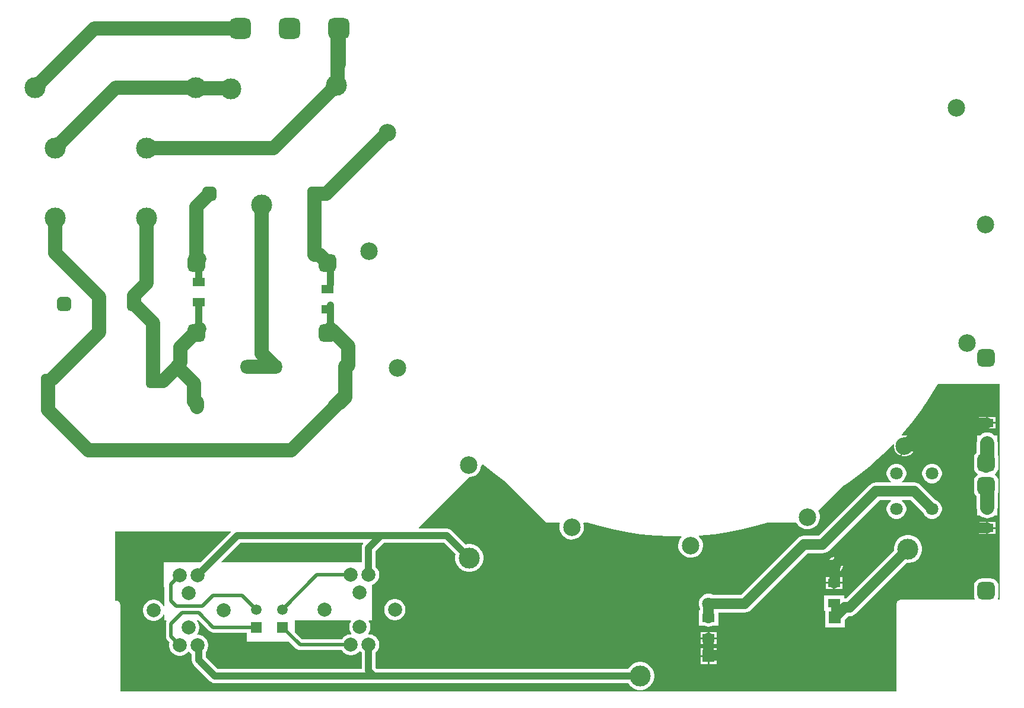
<source format=gbl>
G04*
G04 #@! TF.GenerationSoftware,Altium Limited,Altium Designer,22.4.2 (48)*
G04*
G04 Layer_Physical_Order=2*
G04 Layer_Color=16711680*
%FSLAX25Y25*%
%MOIN*%
G70*
G04*
G04 #@! TF.SameCoordinates,1553F913-36A2-4817-89BD-39564314B52C*
G04*
G04*
G04 #@! TF.FilePolarity,Positive*
G04*
G01*
G75*
%ADD49R,0.07087X0.04528*%
%ADD54C,0.03937*%
%ADD55C,0.01968*%
%ADD56C,0.07874*%
%ADD57C,0.05906*%
G04:AMPARAMS|DCode=58|XSize=78.74mil|YSize=78.74mil|CornerRadius=19.68mil|HoleSize=0mil|Usage=FLASHONLY|Rotation=0.000|XOffset=0mil|YOffset=0mil|HoleType=Round|Shape=RoundedRectangle|*
%AMROUNDEDRECTD58*
21,1,0.07874,0.03937,0,0,0.0*
21,1,0.03937,0.07874,0,0,0.0*
1,1,0.03937,0.01968,-0.01968*
1,1,0.03937,-0.01968,-0.01968*
1,1,0.03937,-0.01968,0.01968*
1,1,0.03937,0.01968,0.01968*
%
%ADD58ROUNDEDRECTD58*%
G04:AMPARAMS|DCode=59|XSize=98.43mil|YSize=98.43mil|CornerRadius=24.61mil|HoleSize=0mil|Usage=FLASHONLY|Rotation=90.000|XOffset=0mil|YOffset=0mil|HoleType=Round|Shape=RoundedRectangle|*
%AMROUNDEDRECTD59*
21,1,0.09843,0.04921,0,0,90.0*
21,1,0.04921,0.09843,0,0,90.0*
1,1,0.04921,0.02461,0.02461*
1,1,0.04921,0.02461,-0.02461*
1,1,0.04921,-0.02461,-0.02461*
1,1,0.04921,-0.02461,0.02461*
%
%ADD59ROUNDEDRECTD59*%
%ADD60R,0.07087X0.07087*%
%ADD61C,0.07087*%
%ADD62C,0.09843*%
G04:AMPARAMS|DCode=63|XSize=70.87mil|YSize=70.87mil|CornerRadius=17.72mil|HoleSize=0mil|Usage=FLASHONLY|Rotation=0.000|XOffset=0mil|YOffset=0mil|HoleType=Round|Shape=RoundedRectangle|*
%AMROUNDEDRECTD63*
21,1,0.07087,0.03543,0,0,0.0*
21,1,0.03543,0.07087,0,0,0.0*
1,1,0.03543,0.01772,-0.01772*
1,1,0.03543,-0.01772,-0.01772*
1,1,0.03543,-0.01772,0.01772*
1,1,0.03543,0.01772,0.01772*
%
%ADD63ROUNDEDRECTD63*%
G04:AMPARAMS|DCode=64|XSize=98.43mil|YSize=98.43mil|CornerRadius=24.61mil|HoleSize=0mil|Usage=FLASHONLY|Rotation=0.000|XOffset=0mil|YOffset=0mil|HoleType=Round|Shape=RoundedRectangle|*
%AMROUNDEDRECTD64*
21,1,0.09843,0.04921,0,0,0.0*
21,1,0.04921,0.09843,0,0,0.0*
1,1,0.04921,0.02461,-0.02461*
1,1,0.04921,-0.02461,-0.02461*
1,1,0.04921,-0.02461,0.02461*
1,1,0.04921,0.02461,0.02461*
%
%ADD64ROUNDEDRECTD64*%
%ADD65C,0.07874*%
%ADD66C,0.11811*%
%ADD67R,0.05906X0.05906*%
%ADD68C,0.05906*%
G04:AMPARAMS|DCode=69|XSize=118.11mil|YSize=118.11mil|CornerRadius=29.53mil|HoleSize=0mil|Usage=FLASHONLY|Rotation=0.000|XOffset=0mil|YOffset=0mil|HoleType=Round|Shape=RoundedRectangle|*
%AMROUNDEDRECTD69*
21,1,0.11811,0.05906,0,0,0.0*
21,1,0.05906,0.11811,0,0,0.0*
1,1,0.05906,0.02953,-0.02953*
1,1,0.05906,-0.02953,-0.02953*
1,1,0.05906,-0.02953,0.02953*
1,1,0.05906,0.02953,0.02953*
%
%ADD69ROUNDEDRECTD69*%
%ADD70C,0.06693*%
%ADD71C,0.04724*%
G36*
X276026Y-165483D02*
X275194D01*
X274917Y-164983D01*
X275276Y-164117D01*
X275428Y-162961D01*
Y-158039D01*
X275276Y-156883D01*
X274830Y-155806D01*
X274119Y-154880D01*
X273194Y-154171D01*
X272117Y-153724D01*
X270961Y-153572D01*
X266039D01*
X264883Y-153724D01*
X263806Y-154171D01*
X262880Y-154880D01*
X262171Y-155806D01*
X261724Y-156883D01*
X261572Y-158039D01*
Y-162961D01*
X261724Y-164117D01*
X262083Y-164983D01*
X261806Y-165483D01*
X220500D01*
X219537Y-165675D01*
X218720Y-166220D01*
X218175Y-167037D01*
X217983Y-168000D01*
Y-216971D01*
X-217983D01*
Y-168500D01*
X-218175Y-167537D01*
X-218720Y-166720D01*
X-219537Y-166175D01*
X-220500Y-165983D01*
X-221000D01*
Y-127000D01*
X-156139D01*
X-155948Y-127462D01*
X-172986Y-144500D01*
X-193500D01*
Y-145500D01*
Y-155500D01*
Y-158500D01*
X-193465D01*
Y-169019D01*
X-193965Y-169118D01*
X-194137Y-168703D01*
X-194783Y-167736D01*
X-195606Y-166913D01*
X-196573Y-166267D01*
X-197648Y-165821D01*
X-198788Y-165594D01*
X-199952D01*
X-201093Y-165821D01*
X-202167Y-166267D01*
X-203135Y-166913D01*
X-203957Y-167736D01*
X-204604Y-168703D01*
X-205049Y-169777D01*
X-205276Y-170918D01*
Y-172082D01*
X-205049Y-173223D01*
X-204604Y-174297D01*
X-203957Y-175265D01*
X-203135Y-176087D01*
X-202167Y-176733D01*
X-201093Y-177179D01*
X-199952Y-177406D01*
X-198788D01*
X-197648Y-177179D01*
X-196573Y-176733D01*
X-195606Y-176087D01*
X-194783Y-175265D01*
X-194137Y-174297D01*
X-193965Y-173882D01*
X-193465Y-173981D01*
Y-177000D01*
X-192253D01*
X-192031Y-177448D01*
X-192079Y-177511D01*
X-192377Y-178229D01*
X-192478Y-179000D01*
Y-186256D01*
X-192377Y-187027D01*
X-192079Y-187745D01*
X-191606Y-188362D01*
X-190387Y-189581D01*
X-190591Y-190603D01*
Y-191767D01*
X-190364Y-192908D01*
X-189918Y-193982D01*
X-189272Y-194950D01*
X-188450Y-195772D01*
X-187482Y-196418D01*
X-186408Y-196864D01*
X-185267Y-197091D01*
X-184103D01*
X-182963Y-196864D01*
X-181888Y-196418D01*
X-180921Y-195772D01*
X-180098Y-194950D01*
X-179935Y-194706D01*
X-179435D01*
X-179272Y-194950D01*
X-178450Y-195772D01*
X-177903Y-196138D01*
Y-199568D01*
X-177767Y-200596D01*
X-177371Y-201554D01*
X-176740Y-202376D01*
X-176212Y-202781D01*
X-175808Y-203308D01*
X-167808Y-211308D01*
X-166985Y-211939D01*
X-166028Y-212336D01*
X-165000Y-212471D01*
X67183D01*
X67884Y-213519D01*
X68981Y-214616D01*
X70270Y-215478D01*
X71703Y-216071D01*
X73225Y-216374D01*
X74775D01*
X76297Y-216071D01*
X77730Y-215478D01*
X79019Y-214616D01*
X80116Y-213519D01*
X80978Y-212230D01*
X81571Y-210797D01*
X81874Y-209276D01*
Y-207724D01*
X81571Y-206203D01*
X80978Y-204770D01*
X80116Y-203481D01*
X79019Y-202384D01*
X77730Y-201522D01*
X76297Y-200929D01*
X74775Y-200626D01*
X73225D01*
X71703Y-200929D01*
X70270Y-201522D01*
X68981Y-202384D01*
X67884Y-203481D01*
X67183Y-204529D01*
X-73855D01*
X-74529Y-203855D01*
Y-195251D01*
X-73913Y-194635D01*
X-73267Y-193667D01*
X-72821Y-192593D01*
X-72594Y-191452D01*
Y-190288D01*
X-72821Y-189147D01*
X-73267Y-188073D01*
X-73913Y-187106D01*
X-74735Y-186283D01*
X-75703Y-185637D01*
X-76777Y-185192D01*
X-77918Y-184965D01*
X-78549D01*
X-78593Y-184925D01*
X-78799Y-184465D01*
X-78267Y-183667D01*
X-77821Y-182593D01*
X-77595Y-181452D01*
Y-180288D01*
X-77821Y-179148D01*
X-78267Y-178073D01*
X-78649Y-177500D01*
X-78382Y-177000D01*
X-76500D01*
Y-157064D01*
X-75703Y-156733D01*
X-74735Y-156087D01*
X-73913Y-155264D01*
X-73267Y-154297D01*
X-72821Y-153223D01*
X-72594Y-152082D01*
Y-150918D01*
X-72821Y-149777D01*
X-73267Y-148703D01*
X-73913Y-147736D01*
X-74529Y-147119D01*
Y-138145D01*
X-69855Y-133471D01*
X-36145D01*
X-29628Y-139988D01*
X-29874Y-141225D01*
Y-142775D01*
X-29571Y-144297D01*
X-28978Y-145730D01*
X-28116Y-147019D01*
X-27019Y-148116D01*
X-25730Y-148978D01*
X-24297Y-149571D01*
X-22775Y-149874D01*
X-21225D01*
X-19703Y-149571D01*
X-18270Y-148978D01*
X-16981Y-148116D01*
X-15884Y-147019D01*
X-15022Y-145730D01*
X-14429Y-144297D01*
X-14126Y-142775D01*
Y-141225D01*
X-14429Y-139703D01*
X-15022Y-138270D01*
X-15884Y-136981D01*
X-16981Y-135884D01*
X-18270Y-135022D01*
X-19703Y-134429D01*
X-21225Y-134126D01*
X-22775D01*
X-24012Y-134372D01*
X-31692Y-126692D01*
X-32515Y-126061D01*
X-33472Y-125664D01*
X-34500Y-125529D01*
X-50168D01*
X-50359Y-125067D01*
X-21857Y-96565D01*
X-21270Y-96540D01*
X-19952Y-96217D01*
X-18722Y-95643D01*
X-17627Y-94841D01*
X-16711Y-93840D01*
X-16007Y-92680D01*
X-15542Y-91405D01*
X-15336Y-90063D01*
X-15337Y-90045D01*
X-14761Y-89469D01*
X-14311Y-89297D01*
X-13001Y-90372D01*
X-12328Y-90957D01*
X-11163Y-91880D01*
X-8035Y-94447D01*
X-7991Y-94471D01*
X-7958Y-94508D01*
X-1446Y-99337D01*
X21217Y-122000D01*
X28768D01*
X29055Y-122410D01*
X28829Y-123031D01*
X28622Y-124373D01*
X28681Y-125728D01*
X29004Y-127047D01*
X29578Y-128277D01*
X30380Y-129371D01*
X31381Y-130288D01*
X32541Y-130992D01*
X33816Y-131456D01*
X35158Y-131663D01*
X36514Y-131604D01*
X37832Y-131281D01*
X39062Y-130708D01*
X40156Y-129905D01*
X41073Y-128904D01*
X41777Y-127744D01*
X42241Y-126469D01*
X42448Y-125127D01*
X42389Y-123772D01*
X42077Y-122500D01*
X42103Y-122341D01*
X42320Y-122000D01*
X44259D01*
X50302Y-123833D01*
X50352Y-123838D01*
X50397Y-123860D01*
X58272Y-125832D01*
X58322Y-125835D01*
X58368Y-125854D01*
X66331Y-127437D01*
X66381D01*
X66428Y-127454D01*
X74458Y-128646D01*
X74508Y-128643D01*
X74556Y-128658D01*
X82635Y-129453D01*
X82685Y-129448D01*
X82734Y-129461D01*
X90842Y-129859D01*
X90892Y-129852D01*
X90941Y-129861D01*
X97054D01*
X97274Y-130361D01*
X96801Y-130878D01*
X96097Y-132038D01*
X95632Y-133313D01*
X95426Y-134655D01*
X95485Y-136011D01*
X95808Y-137329D01*
X96381Y-138559D01*
X97184Y-139653D01*
X98184Y-140570D01*
X99345Y-141274D01*
X100620Y-141738D01*
X101961Y-141945D01*
X103317Y-141886D01*
X104636Y-141563D01*
X105866Y-140990D01*
X106960Y-140187D01*
X107877Y-139186D01*
X108581Y-138026D01*
X109045Y-136751D01*
X109252Y-135409D01*
X109192Y-134054D01*
X108870Y-132735D01*
X108296Y-131505D01*
X107494Y-130411D01*
X106976Y-129937D01*
X107146Y-129466D01*
X107266Y-129461D01*
X107315Y-129448D01*
X107365Y-129453D01*
X115444Y-128658D01*
X115492Y-128643D01*
X115542Y-128646D01*
X123572Y-127454D01*
X123619Y-127437D01*
X123669D01*
X131632Y-125854D01*
X131678Y-125835D01*
X131728Y-125832D01*
X139603Y-123860D01*
X139648Y-123838D01*
X139698Y-123833D01*
X145741Y-122000D01*
X161804D01*
X162035Y-122494D01*
X162837Y-123588D01*
X163838Y-124505D01*
X164998Y-125209D01*
X166273Y-125673D01*
X167615Y-125880D01*
X168971Y-125820D01*
X170289Y-125498D01*
X171519Y-124924D01*
X172613Y-124122D01*
X173530Y-123121D01*
X174234Y-121961D01*
X174698Y-120686D01*
X174905Y-119344D01*
X174846Y-117988D01*
X174523Y-116670D01*
X173985Y-115515D01*
X187568Y-101932D01*
X191356Y-99401D01*
X191392Y-99365D01*
X191437Y-99344D01*
X197958Y-94508D01*
X197991Y-94471D01*
X198035Y-94447D01*
X204311Y-89297D01*
X204343Y-89258D01*
X204385Y-89233D01*
X210401Y-83781D01*
X210431Y-83740D01*
X210472Y-83713D01*
X216152Y-78033D01*
X216379Y-78086D01*
X216624Y-78253D01*
X216559Y-78676D01*
X216610Y-79841D01*
X216887Y-80974D01*
X217380Y-82031D01*
X218070Y-82972D01*
X218930Y-83760D01*
X219927Y-84365D01*
X220005Y-84393D01*
X222030Y-78829D01*
X224055Y-73265D01*
X223977Y-73236D01*
X222824Y-73059D01*
X221659Y-73110D01*
X221195Y-73224D01*
X220927Y-72774D01*
X221733Y-71885D01*
X221758Y-71842D01*
X221797Y-71811D01*
X226947Y-65535D01*
X226971Y-65491D01*
X227008Y-65457D01*
X231844Y-58937D01*
X231865Y-58891D01*
X231901Y-58856D01*
X234432Y-55068D01*
X234500Y-55000D01*
X234519Y-54938D01*
X236411Y-52106D01*
X236430Y-52060D01*
X236464Y-52023D01*
X240637Y-45059D01*
X240654Y-45012D01*
X240686Y-44973D01*
X241206Y-44000D01*
X276026D01*
Y-165483D01*
D02*
G37*
G36*
X-81522Y-133971D02*
X-81939Y-134514D01*
X-82336Y-135472D01*
X-82471Y-136500D01*
Y-144500D01*
X-161101D01*
X-161292Y-144038D01*
X-150725Y-133471D01*
X-81769D01*
X-81522Y-133971D01*
D02*
G37*
G36*
X-88351Y-177500D02*
X-88733Y-178073D01*
X-89179Y-179148D01*
X-89406Y-180288D01*
Y-181452D01*
X-89179Y-182593D01*
X-88733Y-183667D01*
X-88201Y-184465D01*
X-88407Y-184925D01*
X-88450Y-184965D01*
X-89082D01*
X-90223Y-185192D01*
X-91297Y-185637D01*
X-92264Y-186283D01*
X-93087Y-187106D01*
X-93612Y-187892D01*
X-115896D01*
X-120000Y-183788D01*
Y-177000D01*
X-104222D01*
X-103767Y-177091D01*
X-102603D01*
X-102148Y-177000D01*
X-88618D01*
X-88351Y-177500D01*
D02*
G37*
G36*
X-168106Y-183106D02*
X-168106Y-183106D01*
X-167489Y-183579D01*
X-166771Y-183877D01*
X-166000Y-183978D01*
X-147000D01*
Y-189000D01*
X-123212D01*
X-119236Y-192976D01*
X-118619Y-193449D01*
X-117901Y-193747D01*
X-117130Y-193848D01*
X-93612D01*
X-93087Y-194635D01*
X-92264Y-195457D01*
X-91297Y-196104D01*
X-90223Y-196549D01*
X-89082Y-196776D01*
X-87918D01*
X-86777Y-196549D01*
X-85703Y-196104D01*
X-84736Y-195457D01*
X-83913Y-194635D01*
X-83750Y-194391D01*
X-83250D01*
X-83087Y-194635D01*
X-82471Y-195251D01*
Y-204529D01*
X-163355D01*
X-169961Y-197923D01*
Y-194744D01*
X-169452Y-193982D01*
X-169007Y-192908D01*
X-168780Y-191767D01*
Y-190603D01*
X-169007Y-189462D01*
X-169452Y-188388D01*
X-170098Y-187420D01*
X-170921Y-186598D01*
X-171888Y-185952D01*
X-172962Y-185506D01*
X-174103Y-185280D01*
X-174735D01*
X-174778Y-185240D01*
X-174984Y-184780D01*
X-174452Y-183982D01*
X-174006Y-182908D01*
X-173779Y-181767D01*
Y-180603D01*
X-174006Y-179463D01*
X-174452Y-178388D01*
X-175045Y-177500D01*
X-174896Y-177000D01*
X-174212D01*
X-168106Y-183106D01*
D02*
G37*
%LPC*%
G36*
X273543Y-62736D02*
X269500D01*
Y-65500D01*
X273543D01*
Y-62736D01*
D02*
G37*
G36*
X268500D02*
X264457D01*
Y-65500D01*
X268500D01*
Y-62736D01*
D02*
G37*
G36*
X273543Y-66500D02*
X269500D01*
Y-69264D01*
X273543D01*
Y-66500D01*
D02*
G37*
G36*
X268500D02*
X264457D01*
Y-69264D01*
X268500D01*
Y-66500D01*
D02*
G37*
G36*
X224995Y-73607D02*
X223141Y-78701D01*
X228235Y-80555D01*
X228264Y-80477D01*
X228441Y-79324D01*
X228390Y-78159D01*
X228113Y-77026D01*
X227620Y-75969D01*
X226930Y-75028D01*
X226070Y-74240D01*
X225073Y-73635D01*
X224995Y-73607D01*
D02*
G37*
G36*
X222799Y-79641D02*
X220945Y-84735D01*
X221023Y-84764D01*
X222176Y-84941D01*
X223341Y-84890D01*
X224474Y-84613D01*
X225531Y-84120D01*
X226472Y-83430D01*
X227260Y-82570D01*
X227865Y-81573D01*
X227893Y-81495D01*
X222799Y-79641D01*
D02*
G37*
G36*
X238726Y-88988D02*
X237274D01*
X235873Y-89364D01*
X234616Y-90089D01*
X233590Y-91116D01*
X232864Y-92373D01*
X232488Y-93774D01*
Y-95226D01*
X232864Y-96627D01*
X233590Y-97884D01*
X234616Y-98910D01*
X235873Y-99636D01*
X237274Y-100012D01*
X238726D01*
X240127Y-99636D01*
X241384Y-98910D01*
X242411Y-97884D01*
X243136Y-96627D01*
X243512Y-95226D01*
Y-93774D01*
X243136Y-92373D01*
X242411Y-91116D01*
X241384Y-90089D01*
X240127Y-89364D01*
X238726Y-88988D01*
D02*
G37*
G36*
X269000Y-71483D02*
X267842Y-71597D01*
X266729Y-71935D01*
X265703Y-72483D01*
X264848Y-73185D01*
X263488D01*
Y-75243D01*
X263180Y-76260D01*
X263066Y-77417D01*
Y-82738D01*
X262880Y-82881D01*
X262171Y-83806D01*
X261724Y-84883D01*
X261572Y-86039D01*
Y-90961D01*
X261724Y-92117D01*
X262171Y-93194D01*
X262880Y-94120D01*
X263598Y-94670D01*
X263620Y-94717D01*
Y-95227D01*
X263598Y-95275D01*
X262880Y-95825D01*
X262171Y-96751D01*
X261724Y-97828D01*
X261572Y-98984D01*
Y-103905D01*
X261724Y-105062D01*
X262171Y-106139D01*
X262880Y-107064D01*
X263066Y-107207D01*
Y-113791D01*
X263180Y-114949D01*
X263488Y-115965D01*
Y-118024D01*
X264848D01*
X265703Y-118725D01*
X266729Y-119274D01*
X267842Y-119611D01*
X269000Y-119725D01*
X270158Y-119611D01*
X271271Y-119274D01*
X272297Y-118725D01*
X273152Y-118024D01*
X274512D01*
Y-115965D01*
X274820Y-114949D01*
X274934Y-113791D01*
Y-105887D01*
X275276Y-105062D01*
X275428Y-103905D01*
Y-98984D01*
X275276Y-97828D01*
X274830Y-96751D01*
X274119Y-95825D01*
X273402Y-95275D01*
X273380Y-95227D01*
Y-94717D01*
X273402Y-94670D01*
X274119Y-94120D01*
X274830Y-93194D01*
X275276Y-92117D01*
X275428Y-90961D01*
Y-86039D01*
X275276Y-84883D01*
X274934Y-84058D01*
Y-77417D01*
X274820Y-76260D01*
X274512Y-75243D01*
Y-73185D01*
X273152D01*
X272297Y-72483D01*
X271271Y-71935D01*
X270158Y-71597D01*
X269000Y-71483D01*
D02*
G37*
G36*
X218726Y-88988D02*
X217274D01*
X215873Y-89364D01*
X214616Y-90089D01*
X213589Y-91116D01*
X212864Y-92373D01*
X212488Y-93774D01*
Y-95226D01*
X212864Y-96627D01*
X213589Y-97884D01*
X214616Y-98910D01*
X214863Y-99053D01*
X214734Y-99536D01*
X206500D01*
X205215Y-99705D01*
X204018Y-100201D01*
X202990Y-100990D01*
X174444Y-129536D01*
X166000D01*
X164715Y-129705D01*
X163518Y-130201D01*
X162490Y-130990D01*
X130708Y-162773D01*
X114926D01*
X114628Y-162600D01*
X113226Y-162224D01*
X111774D01*
X110372Y-162600D01*
X109116Y-163326D01*
X108089Y-164352D01*
X107364Y-165609D01*
X106988Y-167011D01*
Y-168462D01*
X107364Y-169864D01*
X107536Y-170162D01*
Y-171559D01*
X106988D01*
Y-180024D01*
X109932D01*
X110018Y-180090D01*
X111215Y-180586D01*
X112500Y-180755D01*
X113785Y-180586D01*
X114982Y-180090D01*
X115068Y-180024D01*
X118012D01*
Y-172700D01*
X132764D01*
X134048Y-172531D01*
X135246Y-172035D01*
X136274Y-171246D01*
X168056Y-139464D01*
X176500D01*
X177785Y-139295D01*
X178982Y-138799D01*
X180010Y-138010D01*
X208556Y-109464D01*
X214734D01*
X214863Y-109947D01*
X214616Y-110090D01*
X213589Y-111116D01*
X212864Y-112373D01*
X212488Y-113774D01*
Y-115226D01*
X212864Y-116628D01*
X213589Y-117884D01*
X214616Y-118911D01*
X215873Y-119636D01*
X217274Y-120012D01*
X218726D01*
X220128Y-119636D01*
X221384Y-118911D01*
X222410Y-117884D01*
X223136Y-116628D01*
X223512Y-115226D01*
Y-113774D01*
X223136Y-112373D01*
X222410Y-111116D01*
X221384Y-110090D01*
X221137Y-109947D01*
X221266Y-109464D01*
X225944D01*
X232775Y-116294D01*
X232864Y-116628D01*
X233590Y-117884D01*
X234616Y-118911D01*
X235873Y-119636D01*
X237274Y-120012D01*
X238726D01*
X240127Y-119636D01*
X241384Y-118911D01*
X242411Y-117884D01*
X243136Y-116628D01*
X243512Y-115226D01*
Y-113774D01*
X243136Y-112373D01*
X242411Y-111116D01*
X241384Y-110090D01*
X240127Y-109364D01*
X239794Y-109275D01*
X231510Y-100990D01*
X230482Y-100201D01*
X229285Y-99705D01*
X228000Y-99536D01*
X221266D01*
X221137Y-99053D01*
X221384Y-98910D01*
X222410Y-97884D01*
X223136Y-96627D01*
X223512Y-95226D01*
Y-93774D01*
X223136Y-92373D01*
X222410Y-91116D01*
X221384Y-90089D01*
X220128Y-89364D01*
X218726Y-88988D01*
D02*
G37*
G36*
X273543Y-121945D02*
X269500D01*
Y-124709D01*
X273543D01*
Y-121945D01*
D02*
G37*
G36*
X268500D02*
X264457D01*
Y-124709D01*
X268500D01*
Y-121945D01*
D02*
G37*
G36*
X273543Y-125709D02*
X269500D01*
Y-128472D01*
X273543D01*
Y-125709D01*
D02*
G37*
G36*
X268500D02*
X264457D01*
Y-128472D01*
X268500D01*
Y-125709D01*
D02*
G37*
G36*
X225275Y-129126D02*
X223725D01*
X222203Y-129429D01*
X220770Y-130022D01*
X219481Y-130884D01*
X218384Y-131981D01*
X217522Y-133270D01*
X216929Y-134703D01*
X216626Y-136224D01*
Y-137776D01*
X216639Y-137841D01*
X189535Y-164945D01*
X189091D01*
X188888Y-164972D01*
X188512Y-164642D01*
Y-163268D01*
X177488D01*
Y-171732D01*
X177988D01*
Y-181012D01*
X189012D01*
Y-177008D01*
X191147Y-174873D01*
X191591D01*
X192876Y-174703D01*
X194073Y-174207D01*
X195101Y-173419D01*
X223659Y-144861D01*
X223725Y-144874D01*
X225275D01*
X226797Y-144571D01*
X228230Y-143978D01*
X229519Y-143116D01*
X230616Y-142019D01*
X231478Y-140730D01*
X232071Y-139297D01*
X232374Y-137776D01*
Y-136224D01*
X232071Y-134703D01*
X231478Y-133270D01*
X230616Y-131981D01*
X229519Y-130884D01*
X228230Y-130022D01*
X226797Y-129429D01*
X225275Y-129126D01*
D02*
G37*
G36*
X184098Y-141429D02*
X184000D01*
Y-145472D01*
X188043D01*
Y-145374D01*
X187734Y-144219D01*
X187136Y-143183D01*
X186290Y-142337D01*
X185254Y-141739D01*
X184098Y-141429D01*
D02*
G37*
G36*
X183000D02*
X182902D01*
X181746Y-141739D01*
X180710Y-142337D01*
X179865Y-143183D01*
X179266Y-144219D01*
X178957Y-145374D01*
Y-145472D01*
X183000D01*
Y-141429D01*
D02*
G37*
G36*
X188043Y-146472D02*
X184000D01*
Y-150516D01*
X184098D01*
X185254Y-150206D01*
X186290Y-149608D01*
X187136Y-148762D01*
X187734Y-147726D01*
X188043Y-146571D01*
Y-146472D01*
D02*
G37*
G36*
X183000D02*
X178957D01*
Y-146571D01*
X179266Y-147726D01*
X179865Y-148762D01*
X180710Y-149608D01*
X181746Y-150206D01*
X182902Y-150516D01*
X183000D01*
Y-146472D01*
D02*
G37*
G36*
X187543Y-152819D02*
X183500D01*
Y-155583D01*
X187543D01*
Y-152819D01*
D02*
G37*
G36*
X182500D02*
X178457D01*
Y-155583D01*
X182500D01*
Y-152819D01*
D02*
G37*
G36*
X187543Y-156583D02*
X183500D01*
Y-159346D01*
X187543D01*
Y-156583D01*
D02*
G37*
G36*
X182500D02*
X178457D01*
Y-159346D01*
X182500D01*
Y-156583D01*
D02*
G37*
G36*
X-63233Y-165279D02*
X-64397D01*
X-65538Y-165506D01*
X-66612Y-165952D01*
X-67580Y-166598D01*
X-68402Y-167420D01*
X-69048Y-168388D01*
X-69494Y-169463D01*
X-69721Y-170603D01*
Y-171767D01*
X-69494Y-172908D01*
X-69048Y-173982D01*
X-68402Y-174950D01*
X-67580Y-175772D01*
X-66612Y-176418D01*
X-65538Y-176864D01*
X-64397Y-177091D01*
X-63233D01*
X-62092Y-176864D01*
X-61018Y-176418D01*
X-60050Y-175772D01*
X-59228Y-174950D01*
X-58582Y-173982D01*
X-58136Y-172908D01*
X-57910Y-171767D01*
Y-170603D01*
X-58136Y-169463D01*
X-58582Y-168388D01*
X-59228Y-167420D01*
X-60050Y-166598D01*
X-61018Y-165952D01*
X-62092Y-165506D01*
X-63233Y-165279D01*
D02*
G37*
G36*
X117043Y-183945D02*
X113000D01*
Y-186709D01*
X117043D01*
Y-183945D01*
D02*
G37*
G36*
X112000D02*
X107957D01*
Y-186709D01*
X112000D01*
Y-183945D01*
D02*
G37*
G36*
X117043Y-187709D02*
X113000D01*
Y-190472D01*
X117043D01*
Y-187709D01*
D02*
G37*
G36*
X112000D02*
X107957D01*
Y-190472D01*
X112000D01*
Y-187709D01*
D02*
G37*
G36*
X117043Y-192720D02*
X113000D01*
Y-196764D01*
X117043D01*
Y-192720D01*
D02*
G37*
G36*
X112000D02*
X107957D01*
Y-196764D01*
X112000D01*
Y-192720D01*
D02*
G37*
G36*
X117043Y-197764D02*
X113000D01*
Y-201807D01*
X117043D01*
Y-197764D01*
D02*
G37*
G36*
X112000D02*
X107957D01*
Y-201807D01*
X112000D01*
Y-197764D01*
D02*
G37*
%LPD*%
D49*
X183000Y-156083D02*
D03*
Y-167500D02*
D03*
X269000Y-66000D02*
D03*
Y-77417D02*
D03*
Y-125209D02*
D03*
Y-113791D02*
D03*
X-174000Y1791D02*
D03*
Y13209D02*
D03*
X-101500Y-2209D02*
D03*
Y9209D02*
D03*
X112500Y-175791D02*
D03*
Y-187209D02*
D03*
D54*
X-71500Y-129500D02*
X-34500D01*
X-152370D02*
X-71500D01*
X-78500Y-151500D02*
Y-136500D01*
X-71500Y-129500D01*
X-174685Y-151815D02*
X-152370Y-129500D01*
X-34500D02*
X-22000Y-142000D01*
X-173932Y-199568D02*
Y-191938D01*
X-174685Y-191185D02*
X-173932Y-191938D01*
X-165000Y-208500D02*
X-75500D01*
X-173000Y-200500D02*
X-165000Y-208500D01*
X-75500D02*
X74000D01*
X-78500Y-205500D02*
X-75500Y-208500D01*
X-78500Y-205500D02*
Y-190870D01*
X183000Y-167500D02*
X183250Y-167750D01*
Y-175250D02*
Y-167750D01*
Y-175250D02*
X183500Y-175500D01*
X-173909Y13299D02*
Y26280D01*
X-100000Y-13000D02*
Y291D01*
Y11709D02*
Y26370D01*
X-174000Y13209D02*
X-173909Y13299D01*
Y-12910D02*
X-173819Y-13000D01*
X-174000Y1791D02*
X-173909Y1701D01*
Y-12910D02*
Y1701D01*
D55*
X-107500Y-151500D02*
X-88500D01*
X-127000Y-171000D02*
X-107500Y-151500D01*
X-149500Y-163000D02*
X-141500Y-171000D01*
X-166000Y-163000D02*
X-149500D01*
X-172000Y-169000D02*
X-166000Y-163000D01*
X-186500Y-169000D02*
X-172000D01*
X-189500Y-179000D02*
X-183437Y-172937D01*
X-174063D02*
X-166000Y-181000D01*
X-183437Y-172937D02*
X-174063D01*
X-166000Y-181000D02*
X-141500D01*
X-189500Y-186256D02*
X-184685Y-191071D01*
Y-191185D02*
Y-191071D01*
X-189500Y-186256D02*
Y-179000D01*
Y-166000D02*
X-186500Y-169000D01*
X-184685Y-151929D02*
Y-151815D01*
X-189500Y-156744D02*
X-184685Y-151929D01*
X-189500Y-166000D02*
Y-156744D01*
X-127000Y-181000D02*
X-117130Y-190870D01*
X-88500D01*
X-173932Y-199568D02*
X-173000Y-200500D01*
X-174685Y-198815D02*
X-173932Y-199568D01*
X-174685Y-198815D02*
Y-191185D01*
D56*
X-97500Y-56500D02*
X-92630Y-51630D01*
X-94750Y-54750D02*
X-91630Y-51630D01*
X-122000Y-81500D02*
X-95000Y-54500D01*
X-236000Y-81500D02*
X-122000D01*
X-258555Y-58945D02*
X-236000Y-81500D01*
X-258555Y-58945D02*
Y-42500D01*
X-138500Y-27000D02*
Y56500D01*
Y-27000D02*
X-131000Y-34500D01*
X-176500Y-54000D02*
Y-43870D01*
X-91630Y-51630D02*
Y-34500D01*
X-175000Y-57000D02*
Y-54500D01*
X-185870Y-34500D02*
X-176500Y-43870D01*
X-146500Y-34500D02*
X-131000D01*
X-257500Y-42500D02*
X-230000Y-15000D01*
X-258555Y-42500D02*
X-257500D01*
X-230000Y-15000D02*
Y933D01*
X-175319Y55681D02*
X-168000Y63000D01*
X-175319Y23870D02*
Y55681D01*
X-203319Y88500D02*
X-132000D01*
X-96500Y124000D01*
X-95441Y135559D02*
Y156000D01*
X-199500Y-42500D02*
X-193870D01*
X-185870Y-34500D01*
X-199500Y-42500D02*
Y-9882D01*
X-210315Y933D02*
X-199500Y-9882D01*
X-108945Y28483D02*
X-106113D01*
X-108945D02*
Y63000D01*
X-106113Y28483D02*
X-101500Y23870D01*
X-102278Y63000D02*
X-67999Y97279D01*
X-108945Y63000D02*
X-102278D01*
X-230000Y933D02*
Y5000D01*
X-254500Y29500D02*
X-230000Y5000D01*
X-254500Y29500D02*
Y49130D01*
X-210315Y5685D02*
X-203319Y12681D01*
Y49130D01*
X-210315Y933D02*
Y5685D01*
X-95970Y155471D02*
X-95441Y156000D01*
X-95970Y124530D02*
Y155471D01*
X-96500Y124000D02*
X-95970Y124530D01*
X-175250Y122250D02*
X-156250D01*
X-156000Y122000D01*
X-175500Y122500D02*
X-175250Y122250D01*
X-254500Y88500D02*
X-220500Y122500D01*
X-175500D01*
X-266051D02*
X-232551Y156000D01*
X-150559D01*
X268500Y-90000D02*
X269000Y-89500D01*
Y-77417D01*
Y-113791D02*
Y-102945D01*
X268500Y-102445D02*
X269000Y-102945D01*
X-173909Y26280D02*
X-173819Y26370D01*
X-100000Y-13000D02*
X-90130Y-22870D01*
Y-33630D02*
Y-22870D01*
X-184370Y-23551D02*
X-173819Y-13000D01*
X-184370Y-32000D02*
Y-23551D01*
D57*
X247541Y-124500D02*
X251000Y-121041D01*
X204972Y-124500D02*
X247541D01*
X251000Y-121041D02*
Y-112500D01*
X183500Y-145972D02*
X204972Y-124500D01*
X251000Y-112500D02*
Y-82459D01*
Y-112500D02*
X263709Y-125209D01*
X269000D01*
X228000Y-104500D02*
X238000Y-114500D01*
X206500Y-104500D02*
X228000D01*
X176500Y-134500D02*
X206500Y-104500D01*
X183500Y-175500D02*
X189091Y-169909D01*
X191591D01*
X224500Y-137000D01*
X183274Y-146198D02*
X183500Y-145972D01*
X166000Y-134500D02*
X176500D01*
X132764Y-167736D02*
X166000Y-134500D01*
X112500Y-167736D02*
X132764D01*
X113091Y-196673D02*
X123858D01*
X174333Y-146198D01*
X183274D01*
X112500Y-197264D02*
X113091Y-196673D01*
X222500Y-79000D02*
X223253Y-79753D01*
X183274Y-155809D02*
Y-146198D01*
X183000Y-156083D02*
X183274Y-155809D01*
X112500Y-197264D02*
Y-187209D01*
Y-175791D02*
Y-167736D01*
X222500Y-79000D02*
X247541D01*
X251000Y-82459D01*
X222500Y-79000D02*
X235500Y-66000D01*
X269000D01*
D58*
X-249685Y933D02*
D03*
X-230000D02*
D03*
X-210315D02*
D03*
X-199500Y-42500D02*
D03*
X-258555D02*
D03*
X-108945Y63000D02*
D03*
X-168000D02*
D03*
D59*
X268500Y-160500D02*
D03*
Y-101445D02*
D03*
Y-29445D02*
D03*
Y-88500D02*
D03*
D60*
X112500Y-197264D02*
D03*
X183500Y-175500D02*
D03*
D61*
X112500Y-167736D02*
D03*
X218000Y-94500D02*
D03*
X238000D02*
D03*
Y-114500D02*
D03*
X218000D02*
D03*
X183500Y-145972D02*
D03*
D62*
X251781Y111241D02*
D03*
X267846Y45588D02*
D03*
X257564Y-21216D02*
D03*
X222500Y-79000D02*
D03*
X167992Y-118967D02*
D03*
X102339Y-135032D02*
D03*
X35535Y-124750D02*
D03*
X-22249Y-89686D02*
D03*
X-62216Y-35178D02*
D03*
X-78281Y30475D02*
D03*
X-67999Y97279D02*
D03*
D63*
X-131000Y-34500D02*
D03*
X-91630D02*
D03*
X-146500D02*
D03*
X-185870D02*
D03*
D64*
X-175319Y23870D02*
D03*
Y-15500D02*
D03*
X-101500D02*
D03*
Y23870D02*
D03*
D65*
X-88500Y-151500D02*
D03*
X-78500D02*
D03*
X-83500Y-161500D02*
D03*
X-88500Y-190870D02*
D03*
X-78500D02*
D03*
X-83500Y-180870D02*
D03*
X-103185Y-171185D02*
D03*
X-63815D02*
D03*
X-184685Y-151815D02*
D03*
X-174685D02*
D03*
X-179685Y-161815D02*
D03*
X-184685Y-191185D02*
D03*
X-174685D02*
D03*
X-179685Y-181185D02*
D03*
X-199370Y-171500D02*
D03*
X-160000D02*
D03*
D66*
X-156000Y122000D02*
D03*
X-266051Y122500D02*
D03*
X-175500D02*
D03*
X-203319Y88500D02*
D03*
Y49130D02*
D03*
X-254500Y88500D02*
D03*
Y49130D02*
D03*
X-96500Y124000D02*
D03*
X74000Y-208500D02*
D03*
X-22000Y-142000D02*
D03*
X224500Y-137000D02*
D03*
X-138500Y56500D02*
D03*
D67*
X-141500Y-181000D02*
D03*
X-127000D02*
D03*
D68*
X-141500Y-171000D02*
D03*
X-127000D02*
D03*
D69*
X-123000Y156000D02*
D03*
X-95441D02*
D03*
X-150559D02*
D03*
D70*
X-175000Y-54500D02*
D03*
X-95000D02*
D03*
D71*
X261976Y-62594D02*
D03*
Y-121650D02*
D03*
Y-141335D02*
D03*
X242291Y-101965D02*
D03*
Y-121650D02*
D03*
Y-141335D02*
D03*
X202921Y-180705D02*
D03*
Y-200390D02*
D03*
X183236D02*
D03*
X163551Y-161020D02*
D03*
Y-180705D02*
D03*
Y-200390D02*
D03*
X143866Y-141335D02*
D03*
Y-180705D02*
D03*
Y-200390D02*
D03*
X124181Y-141335D02*
D03*
Y-180705D02*
D03*
Y-200390D02*
D03*
X104496Y-161020D02*
D03*
Y-180705D02*
D03*
Y-200390D02*
D03*
X84811Y-141335D02*
D03*
Y-161020D02*
D03*
Y-180705D02*
D03*
Y-200390D02*
D03*
X65126Y-161020D02*
D03*
X45441Y-200390D02*
D03*
X25756Y-180705D02*
D03*
Y-200390D02*
D03*
X6071Y-121650D02*
D03*
X-13614Y-101965D02*
D03*
Y-121650D02*
D03*
X-33299D02*
D03*
Y-141335D02*
D03*
Y-161020D02*
D03*
Y-180705D02*
D03*
Y-200390D02*
D03*
X-52984Y-141335D02*
D03*
Y-161020D02*
D03*
Y-180705D02*
D03*
Y-200390D02*
D03*
X-92354Y-141335D02*
D03*
Y-200390D02*
D03*
X-112039Y-141335D02*
D03*
Y-180705D02*
D03*
Y-200390D02*
D03*
X-131724Y-141335D02*
D03*
Y-200390D02*
D03*
X-151409Y-141335D02*
D03*
Y-200390D02*
D03*
X-190779Y-141335D02*
D03*
Y-200390D02*
D03*
X-210465Y-141335D02*
D03*
Y-161020D02*
D03*
Y-180705D02*
D03*
Y-200390D02*
D03*
M02*

</source>
